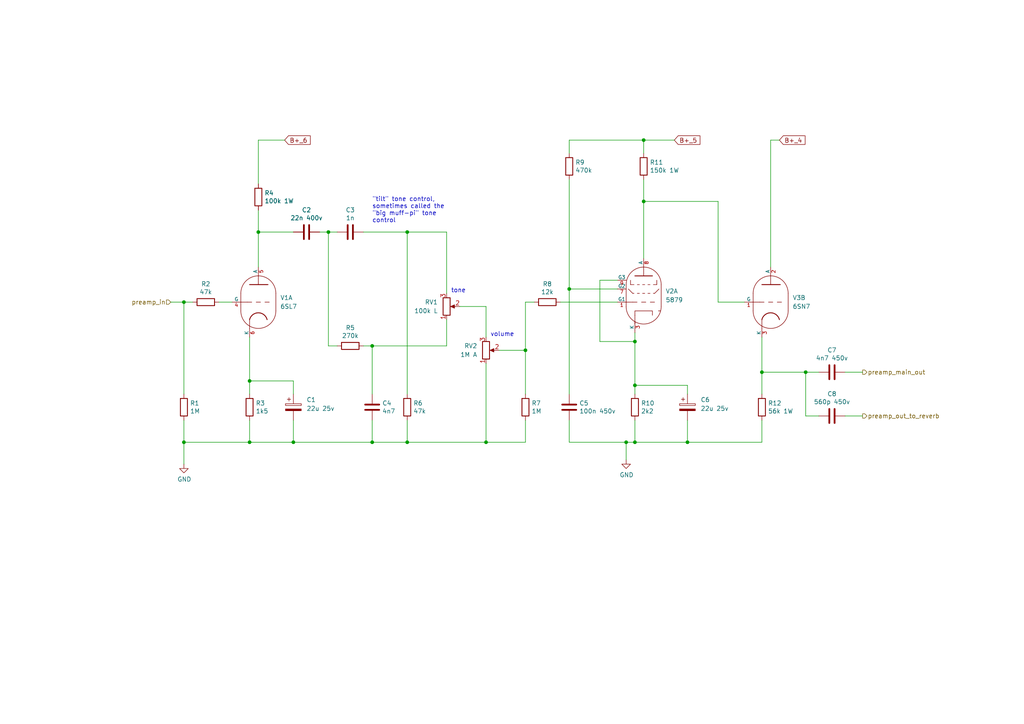
<source format=kicad_sch>
(kicad_sch (version 20211123) (generator eeschema)
  (paper "A4")
  (title_block (title "cf 12 watt class AB tube amp") (date "2022-01-03") (rev "0") (comment 1 "creativecommons.org/licenses/by/4.0/") (comment 2 "License: CC by 4.0") (comment 3 "Author: Jordan Aceto"))
  (lib_symbols
    (symbol "Device:C" (pin_numbers hide) (pin_names (offset 0.254))
      (property "Reference" "C" (at 0.635 2.54 0))
      (property "Value" "C" (at 0.635 -2.54 0))
      (symbol "C_0_1"
        (polyline (pts (xy -2.032 -0.762) (xy 2.032 -0.762)) (stroke (width 0.508)))
        (polyline (pts (xy -2.032 0.762) (xy 2.032 0.762)) (stroke (width 0.508)))
      )
      (symbol "C_1_1"
        (pin passive line (at 0 3.81 270) (length 2.794) (name "~") (number "1"))
        (pin passive line (at 0 -3.81 90) (length 2.794) (name "~") (number "2"))
      )
    )
    (symbol "Device:C_Polarized" (pin_numbers hide) (pin_names (offset 0.254))
      (property "Reference" "C" (at 0.635 2.54 0))
      (property "Value" "C_Polarized" (at 0.635 -2.54 0))
      (symbol "C_Polarized_0_1"
        (rectangle (start -2.286 0.508) (end 2.286 1.016))
        (polyline (pts (xy -1.778 2.286) (xy -0.762 2.286)))
        (polyline (pts (xy -1.27 2.794) (xy -1.27 1.778)))
        (rectangle (start 2.286 -0.508) (end -2.286 -1.016) (fill (type outline)))
      )
      (symbol "C_Polarized_1_1"
        (pin passive line (at 0 3.81 270) (length 2.794) (name "~") (number "1"))
        (pin passive line (at 0 -3.81 90) (length 2.794) (name "~") (number "2"))
      )
    )
    (symbol "Device:R" (pin_numbers hide) (pin_names (offset 0))
      (property "Reference" "R" (at 2.032 0 90))
      (property "Value" "R" (at 0 0 90))
      (symbol "R_0_1"
        (rectangle (start -1.016 -2.54) (end 1.016 2.54) (stroke (width 0.254)))
      )
      (symbol "R_1_1"
        (pin passive line (at 0 3.81 270) (length 1.27) (name "~") (number "1"))
        (pin passive line (at 0 -3.81 90) (length 1.27) (name "~") (number "2"))
      )
    )
    (symbol "Device:R_Potentiometer" (pin_names (offset 1.016) hide)
      (property "Reference" "RV" (at -4.445 0 90))
      (property "Value" "R_Potentiometer" (at -2.54 0 90))
      (symbol "R_Potentiometer_0_1"
        (polyline (pts (xy 2.54 0) (xy 1.524 0)))
        (polyline (pts (xy 1.143 0) (xy 2.286 0.508) (xy 2.286 -0.508) (xy 1.143 0)) (fill (type outline)))
        (rectangle (start 1.016 2.54) (end -1.016 -2.54) (stroke (width 0.254)))
      )
      (symbol "R_Potentiometer_1_1"
        (pin passive line (at 0 3.81 270) (length 1.27) (name "1") (number "1"))
        (pin passive line (at 3.81 0 180) (length 1.27) (name "2") (number "2"))
        (pin passive line (at 0 -3.81 90) (length 1.27) (name "3") (number "3"))
      )
    )
    (symbol "custom_symbols:5879" (pin_names (offset 0))
      (property "Reference" "U" (at 0 12.7 0))
      (property "Value" "5879" (at 0 10.16 0))
      (symbol "5879_0_1"
        (arc (start -5.08 -2.54) (mid 0 -7.62) (end 5.08 -2.54))
        (polyline (pts (xy -5.08 3.81) (xy -5.08 -2.54) (xy -5.08 -2.54)))
        (polyline (pts (xy 5.08 -2.54) (xy 5.08 3.81) (xy 5.08 3.81)))
        (arc (start 5.08 3.81) (mid 0 8.89) (end -5.08 3.81))
      )
      (symbol "5879_1_0"
        (polyline (pts (xy -5.08 -1.27) (xy -3.175 -1.27)))
        (polyline (pts (xy -2.54 -5.08) (xy -2.54 -7.62)))
        (polyline (pts (xy -0.635 -1.27) (xy 0.635 -1.27)) (stroke (width 0.1524)))
        (polyline (pts (xy 0 6.35) (xy 0 8.89)))
        (polyline (pts (xy 1.905 -1.27) (xy 3.175 -1.27)) (stroke (width 0.1524)))
        (polyline (pts (xy 4.318 -3.7846) (xy 4.3434 -3.81)))
        (polyline (pts (xy 4.9276 -3.81) (xy 4.3434 -3.81)))
        (polyline (pts (xy -2.54 -5.08) (xy -2.54 -3.81) (xy 2.54 -3.81) (xy 2.54 -5.08)))
      )
      (symbol "5879_1_1"
        (polyline (pts (xy -4.445 2.54) (xy -3.175 1.27)) (stroke (width 0.1524)))
        (polyline (pts (xy -3.81 3.81) (xy -2.794 3.81)) (stroke (width 0.1524)))
        (polyline (pts (xy -3.81 5.08) (xy -3.81 3.81)) (stroke (width 0.1524)))
        (polyline (pts (xy -3.175 1.27) (xy -2.794 1.27)) (stroke (width 0.1524)))
        (polyline (pts (xy -1.905 -1.27) (xy -3.175 -1.27)) (stroke (width 0.1524)))
        (polyline (pts (xy -1.8542 1.27) (xy -1.2192 1.27)) (stroke (width 0.1524)))
        (polyline (pts (xy -1.8542 3.81) (xy -1.2192 3.81)) (stroke (width 0.1524)))
        (polyline (pts (xy -0.3302 1.27) (xy 0.3302 1.27)) (stroke (width 0.1524)))
        (polyline (pts (xy -0.3302 3.81) (xy 0.3302 3.81)) (stroke (width 0.1524)))
        (polyline (pts (xy 1.2192 1.27) (xy 1.8542 1.27)) (stroke (width 0.1524)))
        (polyline (pts (xy 1.2192 3.81) (xy 1.8542 3.81)) (stroke (width 0.1524)))
        (polyline (pts (xy 2.794 1.27) (xy 3.175 1.27)) (stroke (width 0.1524)))
        (polyline (pts (xy 3.81 3.81) (xy 2.794 3.81)) (stroke (width 0.1524)))
        (polyline (pts (xy 3.81 5.08) (xy 3.81 3.81)) (stroke (width 0.1524)))
        (polyline (pts (xy 4.445 2.54) (xy 3.175 1.27)) (stroke (width 0.1524)))
        (polyline (pts (xy -2.54 6.35) (xy 2.54 6.35) (xy 2.54 6.35)) (stroke (width 0.254)))
        (pin input line (at -7.62 -1.27 0) (length 2.54) (name "G1") (number "1"))
        (pin bidirectional line (at -2.54 -10.16 90) (length 3.302) (name "K") (number "3"))
        (pin input line (at -7.62 2.54 0) (length 2.54) (name "G2") (number "7"))
        (pin output line (at 0 11.43 270) (length 2.54) (name "A") (number "8"))
        (pin input line (at -7.62 5.08 0) (length 2.54) (name "G3") (number "9"))
      )
      (symbol "5879_2_1"
        (polyline (pts (xy -2.54 -5.08) (xy -2.54 -6.35) (xy -2.54 -6.35)))
        (polyline (pts (xy 2.54 -6.35) (xy 2.54 -5.08) (xy 2.54 -5.08)))
        (arc (start 2.54 -5.08) (mid 0 -4.0279) (end -2.54 -5.08))
        (pin passive line (at -2.54 -10.16 90) (length 3.81) (name "F1") (number "4"))
        (pin passive line (at 2.54 -10.16 90) (length 3.81) (name "F2") (number "5"))
      )
    )
    (symbol "custom_symbols:6SN7" (pin_names (offset 0))
      (property "Reference" "U" (at 3.302 7.874 0))
      (property "Value" "6SN7" (at 8.89 -7.62 0))
      (symbol "6SN7_0_1"
        (arc (start -5.08 -2.54) (mid 0 -7.62) (end 5.08 -2.54))
        (polyline (pts (xy 5.08 2.54) (xy 5.08 -2.54)))
        (polyline (pts (xy -5.08 2.54) (xy -5.08 -2.54) (xy -5.08 -2.54)))
        (arc (start 5.08 2.54) (mid 0 7.62) (end -5.08 2.54))
      )
      (symbol "6SN7_1_0"
        (polyline (pts (xy -2.54 -5.08) (xy -2.54 -7.62)))
        (polyline (pts (xy 0 5.08) (xy 0 7.62)))
      )
      (symbol "6SN7_1_1"
        (polyline (pts (xy -5.08 0) (xy -3.175 0)))
        (polyline (pts (xy -1.905 0) (xy -3.175 0)) (stroke (width 0.1524)))
        (polyline (pts (xy -0.635 0) (xy 0.635 0)) (stroke (width 0.1524)))
        (polyline (pts (xy 1.905 0) (xy 3.175 0)) (stroke (width 0.1524)))
        (polyline (pts (xy -2.54 5.08) (xy 2.794 5.08) (xy 2.794 5.08)) (stroke (width 0.254)))
        (arc (start 2.54 -5.08) (mid 0 -3.0968) (end -2.54 -5.08) (stroke (width 0.254)))
        (pin input line (at -7.62 0 0) (length 2.54) (name "G") (number "4"))
        (pin output line (at 0 10.16 270) (length 2.54) (name "A") (number "5"))
        (pin bidirectional line (at -2.54 -10.16 90) (length 2.54) (name "K") (number "6"))
      )
      (symbol "6SN7_2_0"
        (polyline (pts (xy -2.54 -5.08) (xy -2.54 -7.62)))
        (polyline (pts (xy 0 5.08) (xy 0 7.62)))
      )
      (symbol "6SN7_2_1"
        (polyline (pts (xy -5.08 0) (xy -3.175 0)))
        (polyline (pts (xy -1.905 0) (xy -3.175 0)) (stroke (width 0.1524)))
        (polyline (pts (xy -0.635 0) (xy 0.635 0)) (stroke (width 0.1524)))
        (polyline (pts (xy 1.905 0) (xy 3.175 0)) (stroke (width 0.1524)))
        (polyline (pts (xy -2.54 5.08) (xy 2.794 5.08) (xy 2.794 5.08)) (stroke (width 0.254)))
        (arc (start 2.54 -5.08) (mid 0 -3.0968) (end -2.54 -5.08) (stroke (width 0.254)))
        (pin input line (at -7.62 0 0) (length 2.54) (name "G") (number "1"))
        (pin output line (at 0 10.16 270) (length 2.54) (name "A") (number "2"))
        (pin bidirectional line (at -2.54 -10.16 90) (length 2.54) (name "K") (number "3"))
      )
      (symbol "6SN7_3_1"
        (arc (start 1.27 -6.35) (mid 0 -5.5651) (end -1.27 -6.35))
        (pin passive line (at -1.27 -11.43 90) (length 5.08) (name "F1") (number "7"))
        (pin passive line (at 1.27 -11.43 90) (length 5.08) (name "F2") (number "8"))
      )
    )
    (symbol "power:GND" (power) (pin_names (offset 0))
      (property "Value" "GND" (at 0 -3.81 0))
      (symbol "GND_0_1"
        (polyline (pts (xy 0 0) (xy 0 -1.27) (xy 1.27 -1.27) (xy 0 -2.54) (xy -1.27 -1.27) (xy 0 -1.27)))
      )
      (symbol "GND_1_1"
        (pin power_in line (at 0 0 270) (length 0) hide (name "GND") (number "1"))
      )
    )
  )
  (junction (at 184.15 111.76))
  (junction (at 184.15 99.06))
  (junction (at 181.61 128.27))
  (junction (at 85.09 128.27))
  (junction (at 186.69 40.64))
  (junction (at 152.4 101.6))
  (junction (at 53.34 87.63))
  (junction (at 165.1 83.82))
  (junction (at 95.25 67.31))
  (junction (at 199.39 128.27))
  (junction (at 118.11 128.27))
  (junction (at 118.11 67.31))
  (junction (at 107.95 128.27))
  (junction (at 140.97 128.27))
  (junction (at 184.15 128.27))
  (junction (at 53.34 128.27))
  (junction (at 233.68 107.95))
  (junction (at 72.39 110.49))
  (junction (at 220.98 107.95))
  (junction (at 186.69 58.42))
  (junction (at 74.93 67.31))
  (junction (at 107.95 100.33))
  (junction (at 72.39 128.27))
  (wire (pts (xy 199.39 128.27) (xy 220.98 128.27)))
  (wire (pts (xy 165.1 40.64) (xy 186.69 40.64)))
  (wire (pts (xy 220.98 128.27) (xy 220.98 121.92)))
  (wire (pts (xy 92.71 67.31) (xy 95.25 67.31)))
  (wire (pts (xy 72.39 128.27) (xy 72.39 121.92)))
  (wire (pts (xy 233.68 107.95) (xy 237.49 107.95)))
  (wire (pts (xy 220.98 97.79) (xy 220.98 107.95)))
  (wire (pts (xy 233.68 107.95) (xy 220.98 107.95)))
  (wire (pts (xy 245.11 107.95) (xy 250.19 107.95)))
  (wire (pts (xy 118.11 67.31) (xy 118.11 114.3)))
  (wire (pts (xy 179.07 83.82) (xy 165.1 83.82)))
  (wire (pts (xy 184.15 111.76) (xy 184.15 114.3)))
  (wire (pts (xy 85.09 67.31) (xy 74.93 67.31)))
  (wire (pts (xy 140.97 97.79) (xy 140.97 88.9)))
  (wire (pts (xy 208.28 87.63) (xy 215.9 87.63)))
  (wire (pts (xy 165.1 128.27) (xy 181.61 128.27)))
  (wire (pts (xy 53.34 128.27) (xy 72.39 128.27)))
  (wire (pts (xy 85.09 128.27) (xy 107.95 128.27)))
  (wire (pts (xy 184.15 128.27) (xy 184.15 121.92)))
  (wire (pts (xy 140.97 128.27) (xy 140.97 105.41)))
  (wire (pts (xy 181.61 128.27) (xy 184.15 128.27)))
  (wire (pts (xy 107.95 100.33) (xy 129.54 100.33)))
  (wire (pts (xy 152.4 87.63) (xy 152.4 101.6)))
  (wire (pts (xy 72.39 128.27) (xy 85.09 128.27)))
  (wire (pts (xy 152.4 101.6) (xy 152.4 114.3)))
  (wire (pts (xy 186.69 40.64) (xy 186.69 44.45)))
  (wire (pts (xy 82.55 40.64) (xy 74.93 40.64)))
  (wire (pts (xy 208.28 58.42) (xy 208.28 87.63)))
  (wire (pts (xy 179.07 87.63) (xy 162.56 87.63)))
  (wire (pts (xy 186.69 58.42) (xy 186.69 74.93)))
  (wire (pts (xy 118.11 128.27) (xy 118.11 121.92)))
  (wire (pts (xy 144.78 101.6) (xy 152.4 101.6)))
  (wire (pts (xy 220.98 107.95) (xy 220.98 114.3)))
  (wire (pts (xy 97.79 100.33) (xy 95.25 100.33)))
  (wire (pts (xy 223.52 40.64) (xy 223.52 77.47)))
  (wire (pts (xy 74.93 67.31) (xy 74.93 77.47)))
  (wire (pts (xy 53.34 134.62) (xy 53.34 128.27)))
  (wire (pts (xy 199.39 121.92) (xy 199.39 128.27)))
  (wire (pts (xy 107.95 128.27) (xy 118.11 128.27)))
  (wire (pts (xy 173.99 81.28) (xy 173.99 99.06)))
  (wire (pts (xy 140.97 88.9) (xy 133.35 88.9)))
  (wire (pts (xy 107.95 121.92) (xy 107.95 128.27)))
  (wire (pts (xy 245.11 120.65) (xy 250.19 120.65)))
  (wire (pts (xy 237.49 120.65) (xy 233.68 120.65)))
  (wire (pts (xy 53.34 87.63) (xy 55.88 87.63)))
  (wire (pts (xy 184.15 99.06) (xy 184.15 111.76)))
  (wire (pts (xy 72.39 97.79) (xy 72.39 110.49)))
  (wire (pts (xy 184.15 96.52) (xy 184.15 99.06)))
  (wire (pts (xy 186.69 52.07) (xy 186.69 58.42)))
  (wire (pts (xy 165.1 44.45) (xy 165.1 40.64)))
  (wire (pts (xy 165.1 52.07) (xy 165.1 83.82)))
  (wire (pts (xy 129.54 67.31) (xy 118.11 67.31)))
  (wire (pts (xy 208.28 58.42) (xy 186.69 58.42)))
  (wire (pts (xy 85.09 121.92) (xy 85.09 128.27)))
  (wire (pts (xy 195.58 40.64) (xy 186.69 40.64)))
  (wire (pts (xy 181.61 133.35) (xy 181.61 128.27)))
  (wire (pts (xy 199.39 111.76) (xy 184.15 111.76)))
  (wire (pts (xy 140.97 128.27) (xy 152.4 128.27)))
  (wire (pts (xy 165.1 83.82) (xy 165.1 114.3)))
  (wire (pts (xy 105.41 67.31) (xy 118.11 67.31)))
  (wire (pts (xy 95.25 67.31) (xy 97.79 67.31)))
  (wire (pts (xy 53.34 87.63) (xy 53.34 114.3)))
  (wire (pts (xy 118.11 128.27) (xy 140.97 128.27)))
  (wire (pts (xy 226.06 40.64) (xy 223.52 40.64)))
  (wire (pts (xy 152.4 128.27) (xy 152.4 121.92)))
  (wire (pts (xy 179.07 81.28) (xy 173.99 81.28)))
  (wire (pts (xy 53.34 128.27) (xy 53.34 121.92)))
  (wire (pts (xy 95.25 100.33) (xy 95.25 67.31)))
  (wire (pts (xy 63.5 87.63) (xy 67.31 87.63)))
  (wire (pts (xy 85.09 114.3) (xy 85.09 110.49)))
  (wire (pts (xy 184.15 128.27) (xy 199.39 128.27)))
  (wire (pts (xy 152.4 87.63) (xy 154.94 87.63)))
  (wire (pts (xy 74.93 67.31) (xy 74.93 60.96)))
  (wire (pts (xy 74.93 40.64) (xy 74.93 53.34)))
  (wire (pts (xy 107.95 114.3) (xy 107.95 100.33)))
  (wire (pts (xy 199.39 114.3) (xy 199.39 111.76)))
  (wire (pts (xy 129.54 67.31) (xy 129.54 85.09)))
  (wire (pts (xy 49.53 87.63) (xy 53.34 87.63)))
  (wire (pts (xy 107.95 100.33) (xy 105.41 100.33)))
  (wire (pts (xy 173.99 99.06) (xy 184.15 99.06)))
  (wire (pts (xy 85.09 110.49) (xy 72.39 110.49)))
  (wire (pts (xy 233.68 107.95) (xy 233.68 120.65)))
  (wire (pts (xy 129.54 100.33) (xy 129.54 92.71)))
  (wire (pts (xy 165.1 128.27) (xy 165.1 121.92)))
  (wire (pts (xy 72.39 110.49) (xy 72.39 114.3)))
  (text "tone" (at 130.81 85.09 0) (effects (font (size 1.27 1.27)) (justify left bottom)))
  (text "volume" (at 142.24 97.79 0) (effects (font (size 1.27 1.27)) (justify left bottom)))
  (text "\"tilt\" tone control,\nsometimes called the\n\"big muff-pi\" tone \ncontrol" (at 107.95 64.77 0) (effects (font (size 1.27 1.27)) (justify left bottom)))
  (global_label "B+_4" (shape input) (at 226.06 40.64 0) (property "Intersheet References" "${INTERSHEET_REFS}" (effects hide)))
  (global_label "B+_6" (shape input) (at 82.55 40.64 0) (property "Intersheet References" "${INTERSHEET_REFS}" (effects hide)))
  (global_label "B+_5" (shape input) (at 195.58 40.64 0) (property "Intersheet References" "${INTERSHEET_REFS}" (effects hide)))
  (hierarchical_label "preamp_in" (shape input) (at 49.53 87.63 180))
  (hierarchical_label "preamp_out_to_reverb" (shape output) (at 250.19 120.65 0))
  (hierarchical_label "preamp_main_out" (shape output) (at 250.19 107.95 0))
  (symbol (lib_id "Device:R") (at 184.15 118.11 0) (unit 1)
    (property "Reference" "R10" (at 185.928 116.9416 0) (effects (justify left)))
    (property "Value" "2k2" (at 185.928 119.253 0) (effects (justify left)))
  )
  (symbol (lib_id "Device:R") (at 186.69 48.26 0) (unit 1)
    (property "Reference" "R11" (at 188.468 47.0916 0) (effects (justify left)))
    (property "Value" "150k 1W" (at 188.468 49.403 0) (effects (justify left)))
  )
  (symbol (lib_id "Device:R") (at 158.75 87.63 270) (unit 1)
    (property "Reference" "R8" (at 158.75 82.3722 90))
    (property "Value" "12k" (at 158.75 84.6836 90))
  )
  (symbol (lib_id "Device:R") (at 165.1 48.26 0) (unit 1)
    (property "Reference" "R9" (at 166.878 47.0916 0) (effects (justify left)))
    (property "Value" "470k" (at 166.878 49.403 0) (effects (justify left)))
  )
  (symbol (lib_id "Device:C") (at 165.1 118.11 0) (unit 1)
    (property "Reference" "C5" (at 168.021 116.9416 0) (effects (justify left)))
    (property "Value" "100n 450v" (at 168.021 119.253 0) (effects (justify left)))
  )
  (symbol (lib_id "power:GND") (at 181.61 133.35 0) (unit 1)
    (property "Reference" "#PWR04" (effects hide))
    (property "Value" "GND" (at 181.737 137.7442 0))
  )
  (symbol (lib_id "Device:R") (at 220.98 118.11 0) (unit 1)
    (property "Reference" "R12" (at 222.758 116.9416 0) (effects (justify left)))
    (property "Value" "56k 1W" (at 222.758 119.253 0) (effects (justify left)))
  )
  (symbol (lib_id "Device:C") (at 241.3 107.95 270) (unit 1)
    (property "Reference" "C7" (at 241.3 101.5492 90))
    (property "Value" "4n7 450v" (at 241.3 103.8606 90))
  )
  (symbol (lib_id "Device:C") (at 241.3 120.65 270) (unit 1)
    (property "Reference" "C8" (at 241.3 114.2492 90))
    (property "Value" "560p 450v" (at 241.3 116.5606 90))
  )
  (symbol (lib_id "custom_symbols:6SN7") (at 223.52 87.63 0) (unit 2)
    (property "Reference" "V3" (at 229.87 86.3599 0) (effects (justify left)))
    (property "Value" "6SN7" (at 229.87 88.8999 0) (effects (justify left)))
    (property "Footprint" "octal" (effects hide))
  )
  (symbol (lib_id "Device:C_Polarized") (at 85.09 118.11 0) (unit 1)
    (property "Reference" "C1" (at 88.9 115.9509 0) (effects (justify left)))
    (property "Value" "22u 25v" (at 88.9 118.4909 0) (effects (justify left)))
  )
  (symbol (lib_id "custom_symbols:5879") (at 186.69 86.36 0) (unit 1)
    (property "Reference" "V2" (at 193.04 84.4549 0) (effects (justify left)))
    (property "Value" "5879" (at 193.04 86.9949 0) (effects (justify left)))
    (property "Footprint" "VALVE-NOVAL_P" (effects hide))
  )
  (symbol (lib_id "Device:R") (at 53.34 118.11 0) (unit 1)
    (property "Reference" "R1" (at 55.118 116.9416 0) (effects (justify left)))
    (property "Value" "1M" (at 55.118 119.253 0) (effects (justify left)))
  )
  (symbol (lib_id "Device:C") (at 101.6 67.31 270) (unit 1)
    (property "Reference" "C3" (at 101.6 60.9092 90))
    (property "Value" "1n" (at 101.6 63.2206 90))
  )
  (symbol (lib_id "Device:R_Potentiometer") (at 129.54 88.9 0) (mirror x) (unit 1)
    (property "Reference" "RV1" (at 127 87.6299 0) (effects (justify right)))
    (property "Value" "100k L" (at 127 90.1699 0) (effects (justify right)))
  )
  (symbol (lib_id "Device:R") (at 101.6 100.33 270) (unit 1)
    (property "Reference" "R5" (at 101.6 95.0722 90))
    (property "Value" "270k" (at 101.6 97.3836 90))
  )
  (symbol (lib_id "Device:R") (at 74.93 57.15 0) (unit 1)
    (property "Reference" "R4" (at 76.708 55.9816 0) (effects (justify left)))
    (property "Value" "100k 1W" (at 76.708 58.293 0) (effects (justify left)))
  )
  (symbol (lib_id "Device:C") (at 88.9 67.31 270) (unit 1)
    (property "Reference" "C2" (at 88.9 60.9092 90))
    (property "Value" "22n 400v" (at 88.9 63.2206 90))
  )
  (symbol (lib_id "Device:R") (at 72.39 118.11 0) (unit 1)
    (property "Reference" "R3" (at 74.168 116.9416 0) (effects (justify left)))
    (property "Value" "1k5" (at 74.168 119.253 0) (effects (justify left)))
  )
  (symbol (lib_id "Device:C_Polarized") (at 199.39 118.11 0) (unit 1)
    (property "Reference" "C6" (at 203.2 115.9509 0) (effects (justify left)))
    (property "Value" "22u 25v" (at 203.2 118.4909 0) (effects (justify left)))
  )
  (symbol (lib_id "Device:R") (at 118.11 118.11 0) (unit 1)
    (property "Reference" "R6" (at 119.888 116.9416 0) (effects (justify left)))
    (property "Value" "47k" (at 119.888 119.253 0) (effects (justify left)))
  )
  (symbol (lib_id "custom_symbols:6SN7") (at 74.93 87.63 0) (unit 1)
    (property "Reference" "V1" (at 81.28 86.3599 0) (effects (justify left)))
    (property "Value" "6SL7" (at 81.28 88.8999 0) (effects (justify left)))
    (property "Footprint" "octal" (effects hide))
  )
  (symbol (lib_id "Device:R") (at 152.4 118.11 0) (unit 1)
    (property "Reference" "R7" (at 154.178 116.9416 0) (effects (justify left)))
    (property "Value" "1M" (at 154.178 119.253 0) (effects (justify left)))
  )
  (symbol (lib_id "Device:R") (at 59.69 87.63 270) (unit 1)
    (property "Reference" "R2" (at 59.69 82.3722 90))
    (property "Value" "47k" (at 59.69 84.6836 90))
  )
  (symbol (lib_id "Device:R_Potentiometer") (at 140.97 101.6 0) (mirror x) (unit 1)
    (property "Reference" "RV2" (at 138.43 100.3299 0) (effects (justify right)))
    (property "Value" "1M A" (at 138.43 102.8699 0) (effects (justify right)))
  )
  (symbol (lib_id "power:GND") (at 53.34 134.62 0) (unit 1)
    (property "Reference" "#PWR03" (effects hide))
    (property "Value" "GND" (at 53.467 139.0142 0))
  )
  (symbol (lib_id "Device:C") (at 107.95 118.11 0) (unit 1)
    (property "Reference" "C4" (at 110.871 116.9416 0) (effects (justify left)))
    (property "Value" "4n7" (at 110.871 119.253 0) (effects (justify left)))
  )
)
</source>
